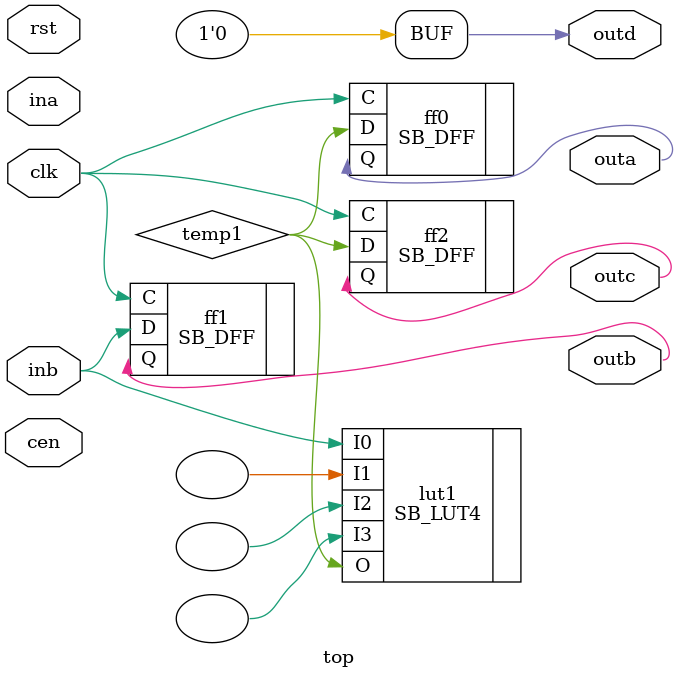
<source format=v>
module top(input clk, cen, rst, ina, inb, output outa, outb, outc, outd);

wire temp0, temp1;

(* BEL="1_1_lc0" *)
SB_LUT4 #(
    .LUT_INIT(2'b01)
) lut0 (
    .I3(),
    .I2(),
    .I1(),
    .I0(ina),
    .O(temp0)
);


(* BEL="1_3_lc0" *)
SB_LUT4 #(
    .LUT_INIT(2'b01)
) lut1 (
    .I3(),
    .I2(),
    .I1(),
    .I0(inb),
    .O(temp1)
);

(* BEL="1_1_lc0" *)
SB_DFF ff0 (
    .C(clk),
    .D(temp1),
    .Q(outa)
);


(* BEL="1_1_lc7" *)
SB_DFF ff1 (
    .C(clk),
    .D(inb),
    .Q(outb)
);


(* BEL="1_6_lc7" *)
SB_DFF ff2 (
    .C(clk),
    .D(temp1),
    .Q(outc)
);


assign outd = 1'b0;

endmodule

</source>
